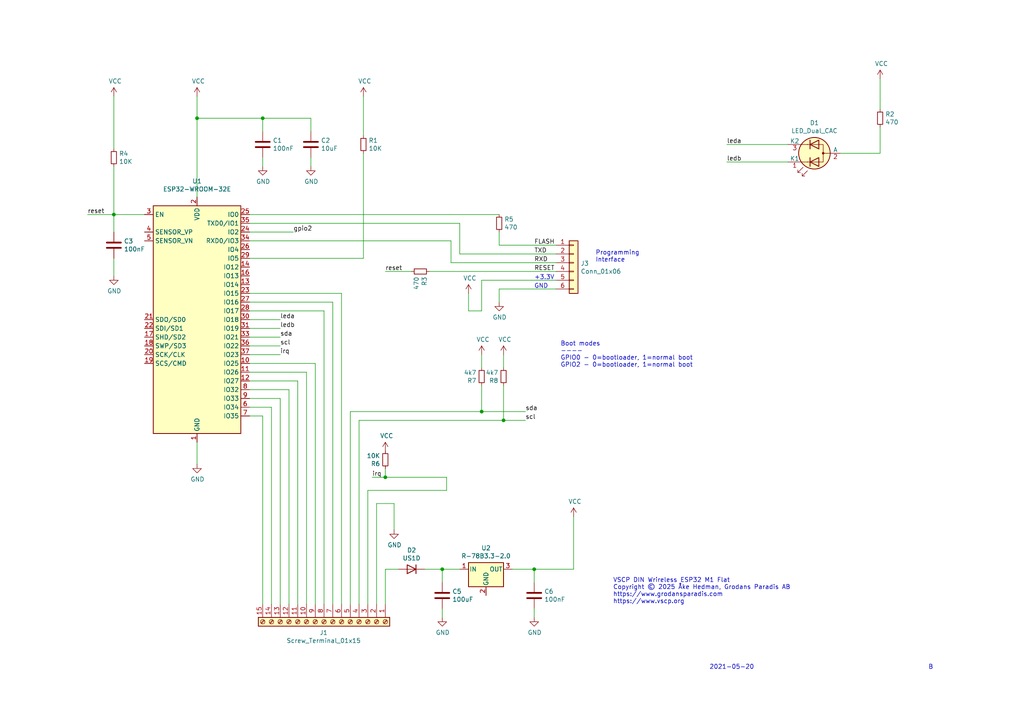
<source format=kicad_sch>
(kicad_sch (version 20250114) (generator "eeschema") (generator_version "9.0")
  (paper "A4")
  (lib_symbols
    (symbol "Connector:Screw_Terminal_01x15" (pin_names (offset 1.016) (hide yes))
      (property "Reference" "J" (at 0 20.32 0))
      (property "Value" "Screw_Terminal_01x15" (at 0 -20.32 0))
      (symbol "Screw_Terminal_01x15_1_1"
        (rectangle (start -1.27 19.05) (end 1.27 -19.05) (stroke (width 0.254)) (fill (type background)))
        (polyline (pts (xy -0.5334 18.1102) (xy 0.3302 17.272)) (stroke (width 0.1524)))
        (polyline (pts (xy -0.5334 15.5702) (xy 0.3302 14.732)) (stroke (width 0.1524)))
        (polyline (pts (xy -0.5334 13.0302) (xy 0.3302 12.192)) (stroke (width 0.1524)))
        (polyline (pts (xy -0.5334 10.4902) (xy 0.3302 9.652)) (stroke (width 0.1524)))
        (polyline (pts (xy -0.5334 7.9502) (xy 0.3302 7.112)) (stroke (width 0.1524)))
        (polyline (pts (xy -0.5334 5.4102) (xy 0.3302 4.572)) (stroke (width 0.1524)))
        (polyline (pts (xy -0.5334 2.8702) (xy 0.3302 2.032)) (stroke (width 0.1524)))
        (polyline (pts (xy -0.5334 0.3302) (xy 0.3302 -0.508)) (stroke (width 0.1524)))
        (polyline (pts (xy -0.5334 -2.2098) (xy 0.3302 -3.048)) (stroke (width 0.1524)))
        (polyline (pts (xy -0.5334 -4.7498) (xy 0.3302 -5.588)) (stroke (width 0.1524)))
        (polyline (pts (xy -0.5334 -7.2898) (xy 0.3302 -8.128)) (stroke (width 0.1524)))
        (polyline (pts (xy -0.5334 -9.8298) (xy 0.3302 -10.668)) (stroke (width 0.1524)))
        (polyline (pts (xy -0.5334 -12.3698) (xy 0.3302 -13.208)) (stroke (width 0.1524)))
        (polyline (pts (xy -0.5334 -14.9098) (xy 0.3302 -15.748)) (stroke (width 0.1524)))
        (polyline (pts (xy -0.5334 -17.4498) (xy 0.3302 -18.288)) (stroke (width 0.1524)))
        (polyline (pts (xy -0.3556 18.288) (xy 0.508 17.4498)) (stroke (width 0.1524)))
        (polyline (pts (xy -0.3556 15.748) (xy 0.508 14.9098)) (stroke (width 0.1524)))
        (polyline (pts (xy -0.3556 13.208) (xy 0.508 12.3698)) (stroke (width 0.1524)))
        (polyline (pts (xy -0.3556 10.668) (xy 0.508 9.8298)) (stroke (width 0.1524)))
        (polyline (pts (xy -0.3556 8.128) (xy 0.508 7.2898)) (stroke (width 0.1524)))
        (polyline (pts (xy -0.3556 5.588) (xy 0.508 4.7498)) (stroke (width 0.1524)))
        (polyline (pts (xy -0.3556 3.048) (xy 0.508 2.2098)) (stroke (width 0.1524)))
        (polyline (pts (xy -0.3556 0.508) (xy 0.508 -0.3302)) (stroke (width 0.1524)))
        (polyline (pts (xy -0.3556 -2.032) (xy 0.508 -2.8702)) (stroke (width 0.1524)))
        (polyline (pts (xy -0.3556 -4.572) (xy 0.508 -5.4102)) (stroke (width 0.1524)))
        (polyline (pts (xy -0.3556 -7.112) (xy 0.508 -7.9502)) (stroke (width 0.1524)))
        (polyline (pts (xy -0.3556 -9.652) (xy 0.508 -10.4902)) (stroke (width 0.1524)))
        (polyline (pts (xy -0.3556 -12.192) (xy 0.508 -13.0302)) (stroke (width 0.1524)))
        (polyline (pts (xy -0.3556 -14.732) (xy 0.508 -15.5702)) (stroke (width 0.1524)))
        (polyline (pts (xy -0.3556 -17.272) (xy 0.508 -18.1102)) (stroke (width 0.1524)))
        (circle (center 0 17.78) (radius 0.635) (stroke (width 0.1524)))
        (circle (center 0 15.24) (radius 0.635) (stroke (width 0.1524)))
        (circle (center 0 12.7) (radius 0.635) (stroke (width 0.1524)))
        (circle (center 0 10.16) (radius 0.635) (stroke (width 0.1524)))
        (circle (center 0 7.62) (radius 0.635) (stroke (width 0.1524)))
        (circle (center 0 5.08) (radius 0.635) (stroke (width 0.1524)))
        (circle (center 0 2.54) (radius 0.635) (stroke (width 0.1524)))
        (circle (center 0 0) (radius 0.635) (stroke (width 0.1524)))
        (circle (center 0 -2.54) (radius 0.635) (stroke (width 0.1524)))
        (circle (center 0 -5.08) (radius 0.635) (stroke (width 0.1524)))
        (circle (center 0 -7.62) (radius 0.635) (stroke (width 0.1524)))
        (circle (center 0 -10.16) (radius 0.635) (stroke (width 0.1524)))
        (circle (center 0 -12.7) (radius 0.635) (stroke (width 0.1524)))
        (circle (center 0 -15.24) (radius 0.635) (stroke (width 0.1524)))
        (circle (center 0 -17.78) (radius 0.635) (stroke (width 0.1524)))
        (pin passive line (at -5.08 17.78 0) (length 3.81) (name "Pin_1") (number "1"))
        (pin passive line (at -5.08 15.24 0) (length 3.81) (name "Pin_2") (number "2"))
        (pin passive line (at -5.08 12.7 0) (length 3.81) (name "Pin_3") (number "3"))
        (pin passive line (at -5.08 10.16 0) (length 3.81) (name "Pin_4") (number "4"))
        (pin passive line (at -5.08 7.62 0) (length 3.81) (name "Pin_5") (number "5"))
        (pin passive line (at -5.08 5.08 0) (length 3.81) (name "Pin_6") (number "6"))
        (pin passive line (at -5.08 2.54 0) (length 3.81) (name "Pin_7") (number "7"))
        (pin passive line (at -5.08 0 0) (length 3.81) (name "Pin_8") (number "8"))
        (pin passive line (at -5.08 -2.54 0) (length 3.81) (name "Pin_9") (number "9"))
        (pin passive line (at -5.08 -5.08 0) (length 3.81) (name "Pin_10") (number "10"))
        (pin passive line (at -5.08 -7.62 0) (length 3.81) (name "Pin_11") (number "11"))
        (pin passive line (at -5.08 -10.16 0) (length 3.81) (name "Pin_12") (number "12"))
        (pin passive line (at -5.08 -12.7 0) (length 3.81) (name "Pin_13") (number "13"))
        (pin passive line (at -5.08 -15.24 0) (length 3.81) (name "Pin_14") (number "14"))
        (pin passive line (at -5.08 -17.78 0) (length 3.81) (name "Pin_15") (number "15"))
      )
    )
    (symbol "Connector_Generic:Conn_01x06" (pin_names (offset 1.016) (hide yes))
      (property "Reference" "J" (at 0 7.62 0))
      (property "Value" "Conn_01x06" (at 0 -10.16 0))
      (symbol "Conn_01x06_1_1"
        (rectangle (start -1.27 6.35) (end 1.27 -8.89) (stroke (width 0.254)) (fill (type background)))
        (rectangle (start -1.27 5.207) (end 0 4.953) (stroke (width 0.1524)))
        (rectangle (start -1.27 2.667) (end 0 2.413) (stroke (width 0.1524)))
        (rectangle (start -1.27 0.127) (end 0 -0.127) (stroke (width 0.1524)))
        (rectangle (start -1.27 -2.413) (end 0 -2.667) (stroke (width 0.1524)))
        (rectangle (start -1.27 -4.953) (end 0 -5.207) (stroke (width 0.1524)))
        (rectangle (start -1.27 -7.493) (end 0 -7.747) (stroke (width 0.1524)))
        (pin passive line (at -5.08 5.08 0) (length 3.81) (name "Pin_1") (number "1"))
        (pin passive line (at -5.08 2.54 0) (length 3.81) (name "Pin_2") (number "2"))
        (pin passive line (at -5.08 0 0) (length 3.81) (name "Pin_3") (number "3"))
        (pin passive line (at -5.08 -2.54 0) (length 3.81) (name "Pin_4") (number "4"))
        (pin passive line (at -5.08 -5.08 0) (length 3.81) (name "Pin_5") (number "5"))
        (pin passive line (at -5.08 -7.62 0) (length 3.81) (name "Pin_6") (number "6"))
      )
    )
    (symbol "Device:C" (pin_numbers (hide yes)) (pin_names (offset 0.254))
      (property "Reference" "C" (at 0.635 2.54 0))
      (property "Value" "C" (at 0.635 -2.54 0))
      (symbol "C_0_1"
        (polyline (pts (xy -2.032 0.762) (xy 2.032 0.762)) (stroke (width 0.508)))
        (polyline (pts (xy -2.032 -0.762) (xy 2.032 -0.762)) (stroke (width 0.508)))
      )
      (symbol "C_1_1"
        (pin passive line (at 0 3.81 270) (length 2.794) (name "~") (number "1"))
        (pin passive line (at 0 -3.81 90) (length 2.794) (name "~") (number "2"))
      )
    )
    (symbol "Device:LED_Dual_CAC" (pin_names (offset 0))
      (property "Reference" "D" (at 0 5.715 0))
      (property "Value" "Device_LED_Dual_CAC" (at 0 -6.35 0))
      (symbol "LED_Dual_CAC_0_1"
        (polyline (pts (xy -4.572 0) (xy -2.54 0)))
        (circle (center -2.54 0) (radius 0.2794) (fill (type outline)))
        (polyline (pts (xy -1.27 3.81) (xy -1.27 1.27) (xy 1.27 2.54) (xy -1.27 3.81)) (stroke (width 0.254)))
        (polyline (pts (xy -1.27 -1.27) (xy -1.27 -3.81) (xy 1.27 -2.54) (xy -1.27 -1.27)) (stroke (width 0.254)))
        (circle (center 0 0) (radius 4.572) (stroke (width 0.254)) (fill (type background)))
        (polyline (pts (xy 1.27 3.81) (xy 1.27 1.27)) (stroke (width 0.254)))
        (polyline (pts (xy 1.27 -1.27) (xy 1.27 -3.81)) (stroke (width 0.254)))
        (polyline (pts (xy 2.032 5.08) (xy 3.556 6.604) (xy 2.794 6.604) (xy 3.556 6.604) (xy 3.556 5.842)))
        (polyline (pts (xy 2.032 2.54) (xy -2.54 2.54) (xy -2.54 -2.54) (xy 2.032 -2.54)))
        (polyline (pts (xy 3.302 4.064) (xy 4.826 5.588) (xy 4.064 5.588) (xy 4.826 5.588) (xy 4.826 4.826)))
        (polyline (pts (xy 3.81 2.54) (xy 1.905 2.54)))
        (polyline (pts (xy 3.81 -2.54) (xy 1.905 -2.54)))
      )
      (symbol "LED_Dual_CAC_1_1"
        (pin input line (at -7.62 0 0) (length 3.048) (name "A") (number "2"))
        (pin input line (at 7.62 2.54 180) (length 3.81) (name "K1") (number "1"))
        (pin input line (at 7.62 -2.54 180) (length 3.81) (name "K2") (number "3"))
      )
    )
    (symbol "Device:R_Small" (pin_numbers (hide yes)) (pin_names (offset 0.254) (hide yes))
      (property "Reference" "R" (at 0.762 0.508 0))
      (property "Value" "R_Small" (at 0.762 -1.016 0))
      (symbol "R_Small_0_1"
        (rectangle (start -0.762 1.778) (end 0.762 -1.778) (stroke (width 0.2032)))
      )
      (symbol "R_Small_1_1"
        (pin passive line (at 0 2.54 270) (length 0.762) (name "~") (number "1"))
        (pin passive line (at 0 -2.54 90) (length 0.762) (name "~") (number "2"))
      )
    )
    (symbol "Diode:US1D" (pin_numbers (hide yes)) (pin_names (offset 1.016) (hide yes))
      (property "Reference" "D" (at 0 2.54 0))
      (property "Value" "US1D" (at 0 -2.54 0))
      (symbol "US1D_0_1"
        (polyline (pts (xy -1.27 1.27) (xy -1.27 -1.27)) (stroke (width 0.254)))
        (polyline (pts (xy 1.27 1.27) (xy 1.27 -1.27) (xy -1.27 0) (xy 1.27 1.27)) (stroke (width 0.254)))
        (polyline (pts (xy 1.27 0) (xy -1.27 0)))
      )
      (symbol "US1D_1_1"
        (pin passive line (at -3.81 0 0) (length 2.54) (name "K") (number "1"))
        (pin passive line (at 3.81 0 180) (length 2.54) (name "A") (number "2"))
      )
    )
    (symbol "RF_Module:ESP32-WROOM-32D"
      (property "Reference" "U" (at -12.7 34.29 0))
      (property "Value" "ESP32-WROOM-32D" (at 1.27 34.29 0))
      (symbol "ESP32-WROOM-32D_0_1"
        (rectangle (start -12.7 33.02) (end 12.7 -33.02) (stroke (width 0.254)) (fill (type background)))
      )
      (symbol "ESP32-WROOM-32D_1_1"
        (pin input line (at -15.24 30.48 0) (length 2.54) (name "EN") (number "3"))
        (pin input line (at -15.24 25.4 0) (length 2.54) (name "SENSOR_VP") (number "4"))
        (pin input line (at -15.24 22.86 0) (length 2.54) (name "SENSOR_VN") (number "5"))
        (pin bidirectional line (at -15.24 0 0) (length 2.54) (name "SDO/SD0") (number "21"))
        (pin bidirectional line (at -15.24 -2.54 0) (length 2.54) (name "SDI/SD1") (number "22"))
        (pin bidirectional line (at -15.24 -5.08 0) (length 2.54) (name "SHD/SD2") (number "17"))
        (pin bidirectional line (at -15.24 -7.62 0) (length 2.54) (name "SWP/SD3") (number "18"))
        (pin bidirectional line (at -15.24 -10.16 0) (length 2.54) (name "SCK/CLK") (number "20"))
        (pin bidirectional line (at -15.24 -12.7 0) (length 2.54) (name "SCS/CMD") (number "19"))
        (pin no_connect line (at -12.7 -27.94 0) (length 2.54) (hide yes) (name "NC") (number "32"))
        (pin power_in line (at 0 35.56 270) (length 2.54) (name "VDD") (number "2"))
        (pin power_in line (at 0 -35.56 90) (length 2.54) (name "GND") (number "1"))
        (pin passive line (at 0 -35.56 90) (length 2.54) (hide yes) (name "GND") (number "15"))
        (pin passive line (at 0 -35.56 90) (length 2.54) (hide yes) (name "GND") (number "38"))
        (pin passive line (at 0 -35.56 90) (length 2.54) (hide yes) (name "GND") (number "39"))
        (pin bidirectional line (at 15.24 30.48 180) (length 2.54) (name "IO0") (number "25"))
        (pin bidirectional line (at 15.24 27.94 180) (length 2.54) (name "TXD0/IO1") (number "35"))
        (pin bidirectional line (at 15.24 25.4 180) (length 2.54) (name "IO2") (number "24"))
        (pin bidirectional line (at 15.24 22.86 180) (length 2.54) (name "RXD0/IO3") (number "34"))
        (pin bidirectional line (at 15.24 20.32 180) (length 2.54) (name "IO4") (number "26"))
        (pin bidirectional line (at 15.24 17.78 180) (length 2.54) (name "IO5") (number "29"))
        (pin bidirectional line (at 15.24 15.24 180) (length 2.54) (name "IO12") (number "14"))
        (pin bidirectional line (at 15.24 12.7 180) (length 2.54) (name "IO13") (number "16"))
        (pin bidirectional line (at 15.24 10.16 180) (length 2.54) (name "IO14") (number "13"))
        (pin bidirectional line (at 15.24 7.62 180) (length 2.54) (name "IO15") (number "23"))
        (pin bidirectional line (at 15.24 5.08 180) (length 2.54) (name "IO16") (number "27"))
        (pin bidirectional line (at 15.24 2.54 180) (length 2.54) (name "IO17") (number "28"))
        (pin bidirectional line (at 15.24 0 180) (length 2.54) (name "IO18") (number "30"))
        (pin bidirectional line (at 15.24 -2.54 180) (length 2.54) (name "IO19") (number "31"))
        (pin bidirectional line (at 15.24 -5.08 180) (length 2.54) (name "IO21") (number "33"))
        (pin bidirectional line (at 15.24 -7.62 180) (length 2.54) (name "IO22") (number "36"))
        (pin bidirectional line (at 15.24 -10.16 180) (length 2.54) (name "IO23") (number "37"))
        (pin bidirectional line (at 15.24 -12.7 180) (length 2.54) (name "IO25") (number "10"))
        (pin bidirectional line (at 15.24 -15.24 180) (length 2.54) (name "IO26") (number "11"))
        (pin bidirectional line (at 15.24 -17.78 180) (length 2.54) (name "IO27") (number "12"))
        (pin bidirectional line (at 15.24 -20.32 180) (length 2.54) (name "IO32") (number "8"))
        (pin bidirectional line (at 15.24 -22.86 180) (length 2.54) (name "IO33") (number "9"))
        (pin input line (at 15.24 -25.4 180) (length 2.54) (name "IO34") (number "6"))
        (pin input line (at 15.24 -27.94 180) (length 2.54) (name "IO35") (number "7"))
      )
    )
    (symbol "Regulator_Switching:R-78B3.3-2.0" (pin_names (offset 0.254))
      (property "Reference" "U" (at -3.81 3.175 0))
      (property "Value" "R-78B3.3-2.0" (at 0 3.175 0))
      (symbol "R-78B3.3-2.0_0_1"
        (rectangle (start -5.08 1.905) (end 5.08 -5.08) (stroke (width 0.254)) (fill (type background)))
      )
      (symbol "R-78B3.3-2.0_1_1"
        (pin power_in line (at -7.62 0 0) (length 2.54) (name "IN") (number "1"))
        (pin power_in line (at 0 -7.62 90) (length 2.54) (name "GND") (number "2"))
        (pin power_out line (at 7.62 0 180) (length 2.54) (name "OUT") (number "3"))
      )
    )
    (symbol "power:GND" (power) (pin_names (offset 0))
      (property "Value" "GND" (at 0 -3.81 0))
      (symbol "GND_0_1"
        (polyline (pts (xy 0 0) (xy 0 -1.27) (xy 1.27 -1.27) (xy 0 -2.54) (xy -1.27 -1.27) (xy 0 -1.27)))
      )
      (symbol "GND_1_1"
        (pin power_in line (at 0 0 270) (length 0) (hide yes) (name "GND") (number "1"))
      )
    )
    (symbol "power:VCC" (power) (pin_names (offset 0))
      (property "Value" "VCC" (at 0 3.81 0))
      (symbol "VCC_0_1"
        (polyline (pts (xy -0.762 1.27) (xy 0 2.54)))
        (polyline (pts (xy 0 2.54) (xy 0.762 1.27)))
        (polyline (pts (xy 0 0) (xy 0 2.54)))
      )
      (symbol "VCC_1_1"
        (pin power_in line (at 0 0 90) (length 0) (hide yes) (name "VCC") (number "1"))
      )
    )
  )
  (text "VSCP DIN Wrireless ESP32 M1 Flat\nCopyright © 2025 Åke Hedman, Grodans Paradis AB\nhttps://www.grodansparadis.com\nhttps://www.vscp.org" (at 177.8 175.26 0) (effects (font (size 1.27 1.27)) (justify left bottom)))
  (text "2021-05-20" (at 205.74 194.31 0) (effects (font (size 1.27 1.27)) (justify left bottom)))
  (text "+3.3V" (at 154.94 81.28 0) (effects (font (size 1.27 1.27)) (justify left bottom)))
  (text "Programming\nInterface" (at 172.72 76.2 0) (effects (font (size 1.27 1.27)) (justify left bottom)))
  (text "Boot modes\n----\nGPIO0 - 0=bootloader, 1=normal boot\nGPIO2 - 0=bootloader, 1=normal boot" (at 162.56 106.68 0) (effects (font (size 1.27 1.27)) (justify left bottom)))
  (text "B" (at 269.24 194.31 0) (effects (font (size 1.27 1.27)) (justify left bottom)))
  (text "GND" (at 154.94 83.82 0) (effects (font (size 1.27 1.27)) (justify left bottom)))
  (junction (at 146.05 121.92))
  (junction (at 76.2 34.29))
  (junction (at 139.7 119.38))
  (junction (at 154.94 165.1))
  (junction (at 111.76 138.43))
  (junction (at 33.02 62.23))
  (junction (at 57.15 34.29))
  (junction (at 128.27 165.1))
  (wire (pts (xy 72.39 62.23) (xy 144.78 62.23)))
  (wire (pts (xy 78.74 118.11) (xy 78.74 175.26)))
  (wire (pts (xy 111.76 138.43) (xy 129.54 138.43)))
  (wire (pts (xy 161.29 81.28) (xy 139.7 81.28)))
  (wire (pts (xy 33.02 48.26) (xy 33.02 62.23)))
  (wire (pts (xy 129.54 138.43) (xy 129.54 142.24)))
  (wire (pts (xy 72.39 69.85) (xy 130.81 69.85)))
  (wire (pts (xy 166.37 165.1) (xy 166.37 149.86)))
  (wire (pts (xy 90.17 45.72) (xy 90.17 48.26)))
  (wire (pts (xy 72.39 118.11) (xy 78.74 118.11)))
  (wire (pts (xy 243.84 44.45) (xy 255.27 44.45)))
  (wire (pts (xy 111.76 138.43) (xy 107.95 138.43)))
  (wire (pts (xy 161.29 83.82) (xy 144.78 83.82)))
  (wire (pts (xy 133.35 73.66) (xy 133.35 64.77)))
  (wire (pts (xy 72.39 92.71) (xy 81.28 92.71)))
  (wire (pts (xy 255.27 31.75) (xy 255.27 22.86)))
  (wire (pts (xy 72.39 102.87) (xy 81.28 102.87)))
  (wire (pts (xy 33.02 62.23) (xy 25.4 62.23)))
  (wire (pts (xy 146.05 121.92) (xy 152.4 121.92)))
  (wire (pts (xy 76.2 45.72) (xy 76.2 48.26)))
  (wire (pts (xy 90.17 34.29) (xy 90.17 38.1)))
  (wire (pts (xy 57.15 34.29) (xy 57.15 57.15)))
  (wire (pts (xy 101.6 119.38) (xy 139.7 119.38)))
  (wire (pts (xy 144.78 83.82) (xy 144.78 87.63)))
  (wire (pts (xy 128.27 165.1) (xy 133.35 165.1)))
  (wire (pts (xy 146.05 111.76) (xy 146.05 121.92)))
  (wire (pts (xy 154.94 179.07) (xy 154.94 176.53)))
  (wire (pts (xy 57.15 34.29) (xy 76.2 34.29)))
  (wire (pts (xy 130.81 76.2) (xy 130.81 69.85)))
  (wire (pts (xy 228.6 41.91) (xy 210.82 41.91)))
  (wire (pts (xy 146.05 106.68) (xy 146.05 102.87)))
  (wire (pts (xy 72.39 107.95) (xy 88.9 107.95)))
  (wire (pts (xy 72.39 67.31) (xy 85.09 67.31)))
  (wire (pts (xy 33.02 27.94) (xy 33.02 43.18)))
  (wire (pts (xy 33.02 62.23) (xy 41.91 62.23)))
  (wire (pts (xy 161.29 73.66) (xy 133.35 73.66)))
  (wire (pts (xy 93.98 90.17) (xy 93.98 175.26)))
  (wire (pts (xy 72.39 120.65) (xy 76.2 120.65)))
  (wire (pts (xy 88.9 107.95) (xy 88.9 175.26)))
  (wire (pts (xy 144.78 71.12) (xy 144.78 67.31)))
  (wire (pts (xy 72.39 113.03) (xy 83.82 113.03)))
  (wire (pts (xy 72.39 100.33) (xy 81.28 100.33)))
  (wire (pts (xy 154.94 168.91) (xy 154.94 165.1)))
  (wire (pts (xy 161.29 71.12) (xy 144.78 71.12)))
  (wire (pts (xy 109.22 175.26) (xy 109.22 146.05)))
  (wire (pts (xy 105.41 74.93) (xy 72.39 74.93)))
  (wire (pts (xy 255.27 36.83) (xy 255.27 44.45)))
  (wire (pts (xy 139.7 81.28) (xy 139.7 90.17)))
  (wire (pts (xy 139.7 106.68) (xy 139.7 102.87)))
  (wire (pts (xy 33.02 74.93) (xy 33.02 80.01)))
  (wire (pts (xy 111.76 135.89) (xy 111.76 138.43)))
  (wire (pts (xy 111.76 175.26) (xy 111.76 165.1)))
  (wire (pts (xy 72.39 115.57) (xy 81.28 115.57)))
  (wire (pts (xy 105.41 39.37) (xy 105.41 27.94)))
  (wire (pts (xy 161.29 78.74) (xy 124.46 78.74)))
  (wire (pts (xy 123.19 165.1) (xy 128.27 165.1)))
  (wire (pts (xy 72.39 95.25) (xy 81.28 95.25)))
  (wire (pts (xy 105.41 44.45) (xy 105.41 74.93)))
  (wire (pts (xy 57.15 27.94) (xy 57.15 34.29)))
  (wire (pts (xy 161.29 76.2) (xy 130.81 76.2)))
  (wire (pts (xy 128.27 179.07) (xy 128.27 176.53)))
  (wire (pts (xy 109.22 146.05) (xy 114.3 146.05)))
  (wire (pts (xy 135.89 90.17) (xy 135.89 85.09)))
  (wire (pts (xy 76.2 38.1) (xy 76.2 34.29)))
  (wire (pts (xy 104.14 121.92) (xy 104.14 175.26)))
  (wire (pts (xy 83.82 113.03) (xy 83.82 175.26)))
  (wire (pts (xy 128.27 168.91) (xy 128.27 165.1)))
  (wire (pts (xy 72.39 90.17) (xy 93.98 90.17)))
  (wire (pts (xy 33.02 67.31) (xy 33.02 62.23)))
  (wire (pts (xy 148.59 165.1) (xy 154.94 165.1)))
  (wire (pts (xy 228.6 46.99) (xy 210.82 46.99)))
  (wire (pts (xy 104.14 121.92) (xy 146.05 121.92)))
  (wire (pts (xy 139.7 119.38) (xy 152.4 119.38)))
  (wire (pts (xy 81.28 115.57) (xy 81.28 175.26)))
  (wire (pts (xy 91.44 105.41) (xy 91.44 175.26)))
  (wire (pts (xy 72.39 110.49) (xy 86.36 110.49)))
  (wire (pts (xy 139.7 90.17) (xy 135.89 90.17)))
  (wire (pts (xy 154.94 165.1) (xy 166.37 165.1)))
  (wire (pts (xy 96.52 87.63) (xy 96.52 175.26)))
  (wire (pts (xy 72.39 64.77) (xy 133.35 64.77)))
  (wire (pts (xy 129.54 142.24) (xy 106.68 142.24)))
  (wire (pts (xy 57.15 128.27) (xy 57.15 134.62)))
  (wire (pts (xy 72.39 105.41) (xy 91.44 105.41)))
  (wire (pts (xy 111.76 165.1) (xy 115.57 165.1)))
  (wire (pts (xy 139.7 111.76) (xy 139.7 119.38)))
  (wire (pts (xy 76.2 34.29) (xy 90.17 34.29)))
  (wire (pts (xy 106.68 142.24) (xy 106.68 175.26)))
  (wire (pts (xy 86.36 110.49) (xy 86.36 175.26)))
  (wire (pts (xy 101.6 119.38) (xy 101.6 175.26)))
  (wire (pts (xy 99.06 85.09) (xy 99.06 175.26)))
  (wire (pts (xy 72.39 97.79) (xy 81.28 97.79)))
  (wire (pts (xy 114.3 146.05) (xy 114.3 153.67)))
  (wire (pts (xy 72.39 87.63) (xy 96.52 87.63)))
  (wire (pts (xy 119.38 78.74) (xy 111.76 78.74)))
  (wire (pts (xy 72.39 85.09) (xy 99.06 85.09)))
  (wire (pts (xy 76.2 120.65) (xy 76.2 175.26)))
  (label "leda" (at 210.82 41.91 0))
  (label "ledb" (at 210.82 46.99 0))
  (label "RESET" (at 154.94 78.74 0))
  (label "FLASH" (at 154.94 71.12 0))
  (label "scl" (at 81.28 100.33 0))
  (label "reset" (at 111.76 78.74 0))
  (label "sda" (at 152.4 119.38 0))
  (label "irq" (at 81.28 102.87 0))
  (label "irq" (at 107.95 138.43 0))
  (label "gpio2" (at 85.09 67.31 0))
  (label "scl" (at 152.4 121.92 0))
  (label "RXD" (at 154.94 76.2 0))
  (label "ledb" (at 81.28 95.25 0))
  (label "TXD" (at 154.94 73.66 0))
  (label "leda" (at 81.28 92.71 0))
  (label "sda" (at 81.28 97.79 0))
  (label "reset" (at 25.4 62.23 0))
  (symbol (lib_id "RF_Module:ESP32-WROOM-32D") (at 57.15 92.71 0) (unit 1)
    (property "Reference" "U1" (at 57.15 52.5526 0))
    (property "Value" "ESP32-WROOM-32E" (at 57.15 54.864 0))
    (property "Footprint" "RF_Module:ESP32-WROOM-32" (effects (hide yes)))
    (property "Datasheet" "https://www.espressif.com/sites/default/files/documentation/esp32-wroom-32d_esp32-wroom-32u_datasheet_en.pdf" (effects (hide yes)))
  )
  (symbol (lib_id "Device:C") (at 76.2 41.91 0) (unit 1)
    (property "Reference" "C1" (at 79.121 40.7416 0) (effects (justify left)))
    (property "Value" "100nF" (at 79.121 43.053 0) (effects (justify left)))
    (property "Footprint" "Capacitor_SMD:C_0805_2012Metric" (effects (hide yes)))
  )
  (symbol (lib_id "power:VCC") (at 57.15 27.94 0) (unit 1)
    (property "Reference" "#PWR0103" (effects (hide yes)))
    (property "Value" "VCC" (at 57.531 23.5458 0))
  )
  (symbol (lib_id "power:GND") (at 76.2 48.26 0) (unit 1)
    (property "Reference" "#PWR0104" (effects (hide yes)))
    (property "Value" "GND" (at 76.327 52.6542 0))
  )
  (symbol (lib_id "power:GND") (at 57.15 134.62 0) (unit 1)
    (property "Reference" "#PWR0106" (effects (hide yes)))
    (property "Value" "GND" (at 57.277 139.0142 0))
  )
  (symbol (lib_id "Device:R_Small") (at 121.92 78.74 270) (unit 1)
    (property "Reference" "R3" (at 123.0884 80.2386 0) (effects (justify left)))
    (property "Value" "470" (at 120.777 80.2386 0) (effects (justify left)))
    (property "Footprint" "Resistor_SMD:R_0805_2012Metric" (effects (hide yes)))
  )
  (symbol (lib_id "Device:R_Small") (at 255.27 34.29 0) (unit 1)
    (property "Reference" "R2" (at 256.7686 33.1216 0) (effects (justify left)))
    (property "Value" "470" (at 256.7686 35.433 0) (effects (justify left)))
    (property "Footprint" "Resistor_SMD:R_0805_2012Metric" (effects (hide yes)))
  )
  (symbol (lib_id "Device:C") (at 33.02 71.12 0) (unit 1)
    (property "Reference" "C3" (at 35.941 69.9516 0) (effects (justify left)))
    (property "Value" "100nF" (at 35.941 72.263 0) (effects (justify left)))
    (property "Footprint" "Capacitor_SMD:C_0805_2012Metric" (effects (hide yes)))
  )
  (symbol (lib_id "power:GND") (at 33.02 80.01 0) (unit 1)
    (property "Reference" "#PWR0109" (effects (hide yes)))
    (property "Value" "GND" (at 33.147 84.4042 0))
  )
  (symbol (lib_id "power:VCC") (at 255.27 22.86 0) (unit 1)
    (property "Reference" "#PWR0105" (effects (hide yes)))
    (property "Value" "VCC" (at 255.651 18.4658 0))
  )
  (symbol (lib_id "Device:R_Small") (at 144.78 64.77 0) (unit 1)
    (property "Reference" "R5" (at 146.2786 63.6016 0) (effects (justify left)))
    (property "Value" "470" (at 146.2786 65.913 0) (effects (justify left)))
    (property "Footprint" "Resistor_SMD:R_0805_2012Metric" (effects (hide yes)))
  )
  (symbol (lib_id "power:GND") (at 144.78 87.63 0) (unit 1)
    (property "Reference" "#PWR0111" (effects (hide yes)))
    (property "Value" "GND" (at 144.907 92.0242 0))
  )
  (symbol (lib_id "Connector:Screw_Terminal_01x15") (at 93.98 180.34 270) (unit 1)
    (property "Reference" "J1" (at 93.8784 183.515 90))
    (property "Value" "Screw_Terminal_01x15" (at 93.8784 185.8264 90))
    (property "Footprint" "Connector_PinHeader_2.54mm:PinHeader_1x15_P2.54mm_Vertical" (effects (hide yes)))
  )
  (symbol (lib_id "Regulator_Switching:R-78B3.3-2.0") (at 140.97 165.1 0) (unit 1)
    (property "Reference" "U2" (at 140.97 158.9532 0))
    (property "Value" "R-78B3.3-2.0" (at 140.97 161.2646 0))
    (property "Footprint" "Converter_DCDC:Converter_DCDC_RECOM_R-78B-2.0_THT" (effects (hide yes)))
    (property "Datasheet" "https://www.recom-power.com/pdf/Innoline/R-78Bxx-2.0.pdf" (effects (hide yes)))
  )
  (symbol (lib_id "Device:C") (at 154.94 172.72 0) (unit 1)
    (property "Reference" "C6" (at 157.861 171.5516 0) (effects (justify left)))
    (property "Value" "100nF" (at 157.861 173.863 0) (effects (justify left)))
    (property "Footprint" "Capacitor_SMD:C_0805_2012Metric" (effects (hide yes)))
  )
  (symbol (lib_id "Device:C") (at 128.27 172.72 0) (unit 1)
    (property "Reference" "C5" (at 131.191 171.5516 0) (effects (justify left)))
    (property "Value" "100uF" (at 131.191 173.863 0) (effects (justify left)))
    (property "Footprint" "Capacitor_THT:CP_Radial_D5.0mm_P2.50mm" (effects (hide yes)))
  )
  (symbol (lib_id "power:GND") (at 128.27 179.07 0) (unit 1)
    (property "Reference" "#PWR0107" (effects (hide yes)))
    (property "Value" "GND" (at 128.397 183.4642 0))
  )
  (symbol (lib_id "power:GND") (at 154.94 179.07 0) (unit 1)
    (property "Reference" "#PWR0108" (effects (hide yes)))
    (property "Value" "GND" (at 155.067 183.4642 0))
  )
  (symbol (lib_id "Diode:US1D") (at 119.38 165.1 180) (unit 1)
    (property "Reference" "D2" (at 119.38 159.5882 0))
    (property "Value" "US1D" (at 119.38 161.8996 0))
    (property "Footprint" "Diode_SMD:D_SMA" (effects (hide yes)))
    (property "Datasheet" "https://www.diodes.com/assets/Datasheets/ds16008.pdf" (effects (hide yes)))
  )
  (symbol (lib_id "Device:LED_Dual_CAC") (at 236.22 44.45 180) (unit 1)
    (property "Reference" "D1" (at 236.22 35.6362 0))
    (property "Value" "LED_Dual_CAC" (at 236.22 37.9476 0))
    (property "Footprint" "LED_THT:LED_D5.0mm-3" (effects (hide yes)))
  )
  (symbol (lib_id "power:VCC") (at 166.37 149.86 0) (unit 1)
    (property "Reference" "#PWR0110" (effects (hide yes)))
    (property "Value" "VCC" (at 166.751 145.4658 0))
  )
  (symbol (lib_id "power:GND") (at 114.3 153.67 0) (unit 1)
    (property "Reference" "#PWR0112" (effects (hide yes)))
    (property "Value" "GND" (at 114.427 158.0642 0))
  )
  (symbol (lib_id "power:VCC") (at 135.89 85.09 0) (unit 1)
    (property "Reference" "#PWR0119" (effects (hide yes)))
    (property "Value" "VCC" (at 136.271 80.6958 0))
  )
  (symbol (lib_id "Device:C") (at 90.17 41.91 0) (unit 1)
    (property "Reference" "C2" (at 93.091 40.7416 0) (effects (justify left)))
    (property "Value" "10uF" (at 93.091 43.053 0) (effects (justify left)))
    (property "Footprint" "Capacitor_THT:CP_Radial_D5.0mm_P2.50mm" (effects (hide yes)))
  )
  (symbol (lib_id "power:GND") (at 90.17 48.26 0) (unit 1)
    (property "Reference" "#PWR0101" (effects (hide yes)))
    (property "Value" "GND" (at 90.297 52.6542 0))
  )
  (symbol (lib_id "Device:R_Small") (at 33.02 45.72 0) (unit 1)
    (property "Reference" "R4" (at 34.5186 44.5516 0) (effects (justify left)))
    (property "Value" "10K" (at 34.5186 46.863 0) (effects (justify left)))
    (property "Footprint" "Resistor_SMD:R_0805_2012Metric" (effects (hide yes)))
  )
  (symbol (lib_id "power:VCC") (at 33.02 27.94 0) (unit 1)
    (property "Reference" "#PWR0124" (effects (hide yes)))
    (property "Value" "VCC" (at 33.401 23.5458 0))
  )
  (symbol (lib_id "Device:R_Small") (at 139.7 109.22 180) (unit 1)
    (property "Reference" "R7" (at 138.2014 110.3884 0) (effects (justify left)))
    (property "Value" "4k7" (at 138.2014 108.077 0) (effects (justify left)))
    (property "Footprint" "Resistor_SMD:R_0805_2012Metric" (effects (hide yes)))
  )
  (symbol (lib_id "Device:R_Small") (at 146.05 109.22 180) (unit 1)
    (property "Reference" "R8" (at 144.5514 110.3884 0) (effects (justify left)))
    (property "Value" "4k7" (at 144.5514 108.077 0) (effects (justify left)))
    (property "Footprint" "Resistor_SMD:R_0805_2012Metric" (effects (hide yes)))
  )
  (symbol (lib_id "power:VCC") (at 139.7 102.87 0) (unit 1)
    (property "Reference" "#PWR0125" (effects (hide yes)))
    (property "Value" "VCC" (at 140.081 98.4758 0))
  )
  (symbol (lib_id "power:VCC") (at 146.05 102.87 0) (unit 1)
    (property "Reference" "#PWR0126" (effects (hide yes)))
    (property "Value" "VCC" (at 146.431 98.4758 0))
  )
  (symbol (lib_id "Device:R_Small") (at 105.41 41.91 0) (unit 1)
    (property "Reference" "R1" (at 106.9086 40.7416 0) (effects (justify left)))
    (property "Value" "10K" (at 106.9086 43.053 0) (effects (justify left)))
    (property "Footprint" "Resistor_SMD:R_0805_2012Metric" (effects (hide yes)))
  )
  (symbol (lib_id "power:VCC") (at 105.41 27.94 0) (unit 1)
    (property "Reference" "#PWR0102" (effects (hide yes)))
    (property "Value" "VCC" (at 105.791 23.5458 0))
  )
  (symbol (lib_id "Device:R_Small") (at 111.76 133.35 180) (unit 1)
    (property "Reference" "R6" (at 110.2614 134.5184 0) (effects (justify left)))
    (property "Value" "10K" (at 110.2614 132.207 0) (effects (justify left)))
    (property "Footprint" "Resistor_SMD:R_0805_2012Metric" (effects (hide yes)))
  )
  (symbol (lib_id "power:VCC") (at 111.76 130.81 0) (unit 1)
    (property "Reference" "#PWR0127" (effects (hide yes)))
    (property "Value" "VCC" (at 112.141 126.4158 0))
  )
  (symbol (lib_id "Connector_Generic:Conn_01x06") (at 166.37 76.2 0) (unit 1)
    (property "Reference" "J3" (at 168.402 76.4032 0) (effects (justify left)))
    (property "Value" "Conn_01x06" (at 168.402 78.7146 0) (effects (justify left)))
    (property "Footprint" "Connector_PinHeader_2.54mm:PinHeader_1x06_P2.54mm_Vertical" (effects (hide yes)))
  )
)
</source>
